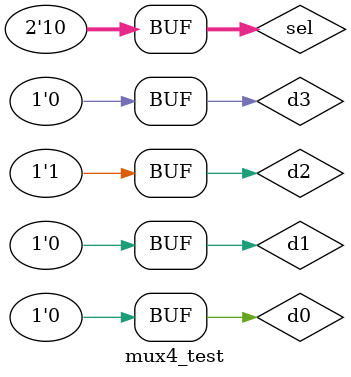
<source format=sv>
module mux4_test;

	logic d0;
	logic d1;
	logic d2;
	logic d3;
	logic[1:0] sel;
	logic z;
	
	parameter nand_tpd = 10;
	
	mux4 #(
		.nand_tpd(nand_tpd)
	) mux4_instance (
		.d0(d0),
		.d1(d1),
		.d2(d2),
		.d3(d3),
		.sel(sel),
		.z(z)
	);
	
	initial begin
	
		// set all parameters for shortest time.
		d0 = 1'b0;
		d1 = 1'b0;
		d2 = 1'b1;
		d3 = 1'b1;
		sel = 2'b01;
		
		// change for shortest time.
		#100ns;
		sel[1] = 1'b1;
		
		// return to original.
		#100ns;
		// set all parameters for longest time.
		d0 = 1'b0;
		d1 = 1'b0;
		d2 = 1'b1;
		d3 = 1'b0;
		sel = 2'b11;
		
		// change for longest time.
		#100ns;
		sel[0] = 1'b0;
		
	end


endmodule

</source>
